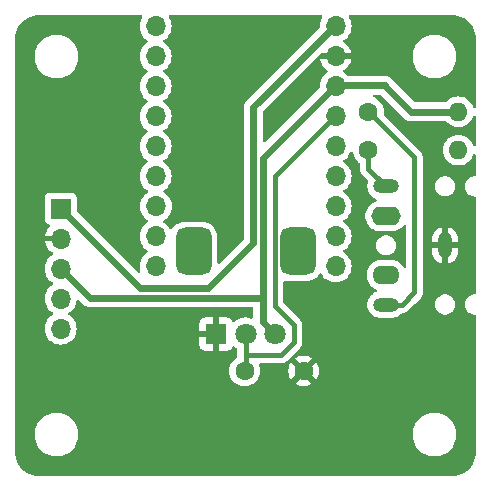
<source format=gbr>
%TF.GenerationSoftware,KiCad,Pcbnew,8.0.7*%
%TF.CreationDate,2025-04-07T14:00:10+01:00*%
%TF.ProjectId,WaveshareDuppaController,57617665-7368-4617-9265-447570706143,rev?*%
%TF.SameCoordinates,Original*%
%TF.FileFunction,Copper,L1,Top*%
%TF.FilePolarity,Positive*%
%FSLAX46Y46*%
G04 Gerber Fmt 4.6, Leading zero omitted, Abs format (unit mm)*
G04 Created by KiCad (PCBNEW 8.0.7) date 2025-04-07 14:00:10*
%MOMM*%
%LPD*%
G01*
G04 APERTURE LIST*
G04 Aperture macros list*
%AMRoundRect*
0 Rectangle with rounded corners*
0 $1 Rounding radius*
0 $2 $3 $4 $5 $6 $7 $8 $9 X,Y pos of 4 corners*
0 Add a 4 corners polygon primitive as box body*
4,1,4,$2,$3,$4,$5,$6,$7,$8,$9,$2,$3,0*
0 Add four circle primitives for the rounded corners*
1,1,$1+$1,$2,$3*
1,1,$1+$1,$4,$5*
1,1,$1+$1,$6,$7*
1,1,$1+$1,$8,$9*
0 Add four rect primitives between the rounded corners*
20,1,$1+$1,$2,$3,$4,$5,0*
20,1,$1+$1,$4,$5,$6,$7,0*
20,1,$1+$1,$6,$7,$8,$9,0*
20,1,$1+$1,$8,$9,$2,$3,0*%
G04 Aperture macros list end*
%TA.AperFunction,ComponentPad*%
%ADD10O,2.200000X1.200000*%
%TD*%
%TA.AperFunction,ComponentPad*%
%ADD11O,2.300000X1.600000*%
%TD*%
%TA.AperFunction,ComponentPad*%
%ADD12O,1.200000X2.200000*%
%TD*%
%TA.AperFunction,ComponentPad*%
%ADD13O,2.500000X1.600000*%
%TD*%
%TA.AperFunction,ComponentPad*%
%ADD14C,1.600000*%
%TD*%
%TA.AperFunction,ComponentPad*%
%ADD15R,1.700000X1.700000*%
%TD*%
%TA.AperFunction,ComponentPad*%
%ADD16O,1.700000X1.700000*%
%TD*%
%TA.AperFunction,ComponentPad*%
%ADD17O,1.600000X1.600000*%
%TD*%
%TA.AperFunction,ComponentPad*%
%ADD18R,1.800000X1.800000*%
%TD*%
%TA.AperFunction,ComponentPad*%
%ADD19C,1.800000*%
%TD*%
%TA.AperFunction,ComponentPad*%
%ADD20RoundRect,0.750000X0.750000X-1.250000X0.750000X1.250000X-0.750000X1.250000X-0.750000X-1.250000X0*%
%TD*%
%TA.AperFunction,ViaPad*%
%ADD21C,0.600000*%
%TD*%
%TA.AperFunction,Conductor*%
%ADD22C,0.400000*%
%TD*%
%TA.AperFunction,Conductor*%
%ADD23C,0.600000*%
%TD*%
G04 APERTURE END LIST*
D10*
%TO.P,J2,R*%
%TO.N,Net-(J2-PadR)*%
X81900000Y-75000000D03*
D11*
%TO.P,J2,RN*%
%TO.N,N/C*%
X81900000Y-72500000D03*
D12*
%TO.P,J2,S*%
%TO.N,GND*%
X86900000Y-70000000D03*
D10*
%TO.P,J2,T*%
%TO.N,Net-(J2-PadT)*%
X81900000Y-65000000D03*
D13*
%TO.P,J2,TN*%
%TO.N,N/C*%
X81900000Y-67500000D03*
%TD*%
D14*
%TO.P,C1,1*%
%TO.N,/ALG*%
X69925000Y-80625000D03*
%TO.P,C1,2*%
%TO.N,GND*%
X74925000Y-80625000D03*
%TD*%
D15*
%TO.P,J1,1,Pin_1*%
%TO.N,+5V*%
X54350000Y-66875000D03*
D16*
%TO.P,J1,2,Pin_2*%
%TO.N,GND*%
X54350000Y-69415000D03*
%TO.P,J1,3,Pin_3*%
%TO.N,+3.3V*%
X54350000Y-71955000D03*
%TO.P,J1,4,Pin_4*%
%TO.N,/SDA*%
X54350000Y-74495000D03*
%TO.P,J1,5,Pin_5*%
%TO.N,/SCL*%
X54350000Y-77035000D03*
%TD*%
D14*
%TO.P,R3,1*%
%TO.N,Net-(J2-PadT)*%
X80400000Y-61925000D03*
D17*
%TO.P,R3,2*%
%TO.N,/TX*%
X88020000Y-61925000D03*
%TD*%
D14*
%TO.P,R2,1*%
%TO.N,Net-(J2-PadR)*%
X80400000Y-58675000D03*
D17*
%TO.P,R2,2*%
%TO.N,+3.3V*%
X88020000Y-58675000D03*
%TD*%
D18*
%TO.P,RV1,1,1*%
%TO.N,GND*%
X67500000Y-77500000D03*
D19*
%TO.P,RV1,2,2*%
%TO.N,/ALG*%
X70000000Y-77500000D03*
%TO.P,RV1,3,3*%
%TO.N,+3.3V*%
X72500000Y-77500000D03*
D20*
%TO.P,RV1,MP*%
%TO.N,N/C*%
X65600000Y-70500000D03*
X74400000Y-70500000D03*
%TD*%
D16*
%TO.P,U1,1,+5V*%
%TO.N,+5V*%
X77620000Y-51440000D03*
%TO.P,U1,2,GND*%
%TO.N,GND*%
X77620000Y-53980000D03*
%TO.P,U1,3,+3V3*%
%TO.N,+3.3V*%
X77620000Y-56520000D03*
%TO.P,U1,4,4*%
%TO.N,/ALG*%
X77620000Y-59060000D03*
%TO.P,U1,5,5*%
%TO.N,unconnected-(U1-Pad5)*%
X77620000Y-61600000D03*
%TO.P,U1,6,6*%
%TO.N,unconnected-(U1-Pad6)*%
X77620000Y-64140000D03*
%TO.P,U1,7,7*%
%TO.N,unconnected-(U1-Pad7)*%
X77620000Y-66680000D03*
%TO.P,U1,8,8*%
%TO.N,unconnected-(U1-Pad8)*%
X77620000Y-69220000D03*
%TO.P,U1,9,9*%
%TO.N,unconnected-(U1-Pad9)*%
X77620000Y-71760000D03*
%TO.P,U1,10,10*%
%TO.N,unconnected-(U1-Pad10)*%
X62380000Y-71760000D03*
%TO.P,U1,11,11*%
%TO.N,unconnected-(U1-Pad11)*%
X62380000Y-69220000D03*
%TO.P,U1,12,12*%
%TO.N,unconnected-(U1-Pad12)*%
X62400000Y-66680000D03*
%TO.P,U1,13,13*%
%TO.N,/SCL*%
X62380000Y-64140000D03*
%TO.P,U1,14,14*%
%TO.N,/SDA*%
X62380000Y-61600000D03*
%TO.P,U1,15,15*%
%TO.N,unconnected-(U1-Pad15)*%
X62380000Y-59060000D03*
%TO.P,U1,16,16*%
%TO.N,unconnected-(U1-Pad16)*%
X62380000Y-56520000D03*
%TO.P,U1,17,17/RX*%
%TO.N,/RX*%
X62380000Y-53980000D03*
%TO.P,U1,18,18/TX*%
%TO.N,/TX*%
X62380000Y-51440000D03*
%TD*%
D21*
%TO.N,GND*%
X86430000Y-60130000D03*
X86440000Y-57430000D03*
X60425000Y-68125000D03*
X66900000Y-53875000D03*
X84570000Y-60150000D03*
X60350000Y-61350000D03*
X72800000Y-53875000D03*
X84590000Y-57430000D03*
X58075000Y-76150000D03*
X68650000Y-68900000D03*
%TD*%
D22*
%TO.N,Net-(J2-PadR)*%
X83170000Y-75000000D02*
X81900000Y-75000000D01*
X84300000Y-73970000D02*
X83220000Y-75050000D01*
X84300000Y-62525000D02*
X84300000Y-73970000D01*
X80450000Y-58675000D02*
X84300000Y-62525000D01*
X83220000Y-75050000D02*
X83170000Y-75000000D01*
%TO.N,Net-(J2-PadT)*%
X80400000Y-63500000D02*
X81900000Y-65000000D01*
X80400000Y-61925000D02*
X80400000Y-63500000D01*
D23*
%TO.N,+3.3V*%
X83995000Y-58675000D02*
X88020000Y-58675000D01*
X81800000Y-56480000D02*
X83995000Y-58675000D01*
X81800000Y-56420000D02*
X81800000Y-56480000D01*
X77620000Y-56420000D02*
X81800000Y-56420000D01*
D22*
%TO.N,/ALG*%
X72500000Y-75125000D02*
X74100000Y-76725000D01*
X77620000Y-58960000D02*
X72500000Y-64080000D01*
X70000000Y-80550000D02*
X69925000Y-80625000D01*
X72500000Y-64080000D02*
X72500000Y-75125000D01*
X70000000Y-77500000D02*
X70000000Y-79275000D01*
X70000000Y-79275000D02*
X70000000Y-80550000D01*
X74100000Y-76725000D02*
X74100000Y-78200000D01*
X73025000Y-79275000D02*
X70000000Y-79275000D01*
X74100000Y-78200000D02*
X73025000Y-79275000D01*
D23*
%TO.N,+3.3V*%
X56810000Y-74415000D02*
X71435000Y-74415000D01*
X56810000Y-74415000D02*
X54350000Y-71955000D01*
X71450000Y-62590000D02*
X71450000Y-74400000D01*
X71435000Y-74415000D02*
X71450000Y-74400000D01*
X71450000Y-76450000D02*
X72500000Y-77500000D01*
X77620000Y-56420000D02*
X71450000Y-62590000D01*
X71450000Y-74400000D02*
X71450000Y-76450000D01*
%TO.N,+5V*%
X70650000Y-58310000D02*
X70650000Y-69815000D01*
X66850000Y-73615000D02*
X61090000Y-73615000D01*
X61090000Y-73615000D02*
X54350000Y-66875000D01*
X70650000Y-69815000D02*
X66850000Y-73615000D01*
X77620000Y-51340000D02*
X70650000Y-58310000D01*
%TD*%
%TA.AperFunction,Conductor*%
%TO.N,GND*%
G36*
X61218026Y-50520185D02*
G01*
X61263781Y-50572989D01*
X61273725Y-50642147D01*
X61252562Y-50695623D01*
X61205965Y-50762169D01*
X61205964Y-50762171D01*
X61106098Y-50976335D01*
X61106094Y-50976344D01*
X61044938Y-51204586D01*
X61044936Y-51204596D01*
X61024341Y-51439999D01*
X61024341Y-51440000D01*
X61044936Y-51675403D01*
X61044938Y-51675413D01*
X61106094Y-51903655D01*
X61106096Y-51903659D01*
X61106097Y-51903663D01*
X61146573Y-51990464D01*
X61205965Y-52117830D01*
X61205967Y-52117834D01*
X61341501Y-52311395D01*
X61341506Y-52311402D01*
X61508597Y-52478493D01*
X61508603Y-52478498D01*
X61694158Y-52608425D01*
X61737783Y-52663002D01*
X61744977Y-52732500D01*
X61713454Y-52794855D01*
X61694158Y-52811575D01*
X61508597Y-52941505D01*
X61341505Y-53108597D01*
X61205965Y-53302169D01*
X61205964Y-53302171D01*
X61106098Y-53516335D01*
X61106094Y-53516344D01*
X61044938Y-53744586D01*
X61044936Y-53744596D01*
X61024341Y-53979999D01*
X61024341Y-53980000D01*
X61044936Y-54215403D01*
X61044938Y-54215413D01*
X61106094Y-54443655D01*
X61106096Y-54443659D01*
X61106097Y-54443663D01*
X61177180Y-54596100D01*
X61205965Y-54657830D01*
X61205967Y-54657834D01*
X61341501Y-54851395D01*
X61341506Y-54851402D01*
X61508597Y-55018493D01*
X61508603Y-55018498D01*
X61694158Y-55148425D01*
X61737783Y-55203002D01*
X61744977Y-55272500D01*
X61713454Y-55334855D01*
X61694158Y-55351575D01*
X61508597Y-55481505D01*
X61341505Y-55648597D01*
X61205965Y-55842169D01*
X61205964Y-55842171D01*
X61106098Y-56056335D01*
X61106094Y-56056344D01*
X61044938Y-56284586D01*
X61044936Y-56284596D01*
X61024341Y-56519999D01*
X61024341Y-56520000D01*
X61044936Y-56755403D01*
X61044938Y-56755413D01*
X61106094Y-56983655D01*
X61106096Y-56983659D01*
X61106097Y-56983663D01*
X61205965Y-57197830D01*
X61205967Y-57197834D01*
X61314281Y-57352521D01*
X61340079Y-57389365D01*
X61341501Y-57391395D01*
X61341506Y-57391402D01*
X61508597Y-57558493D01*
X61508603Y-57558498D01*
X61694158Y-57688425D01*
X61737783Y-57743002D01*
X61744977Y-57812500D01*
X61713454Y-57874855D01*
X61694158Y-57891575D01*
X61508597Y-58021505D01*
X61341505Y-58188597D01*
X61205965Y-58382169D01*
X61205964Y-58382171D01*
X61106098Y-58596335D01*
X61106094Y-58596344D01*
X61044938Y-58824586D01*
X61044936Y-58824596D01*
X61024341Y-59059999D01*
X61024341Y-59060000D01*
X61044936Y-59295403D01*
X61044938Y-59295413D01*
X61106094Y-59523655D01*
X61106096Y-59523659D01*
X61106097Y-59523663D01*
X61176688Y-59675045D01*
X61205965Y-59737830D01*
X61205967Y-59737834D01*
X61341501Y-59931395D01*
X61341506Y-59931402D01*
X61508597Y-60098493D01*
X61508603Y-60098498D01*
X61694158Y-60228425D01*
X61737783Y-60283002D01*
X61744977Y-60352500D01*
X61713454Y-60414855D01*
X61694158Y-60431575D01*
X61508597Y-60561505D01*
X61341505Y-60728597D01*
X61205965Y-60922169D01*
X61205964Y-60922171D01*
X61106098Y-61136335D01*
X61106094Y-61136344D01*
X61044938Y-61364586D01*
X61044936Y-61364596D01*
X61024341Y-61599999D01*
X61024341Y-61600000D01*
X61044936Y-61835403D01*
X61044938Y-61835413D01*
X61106094Y-62063655D01*
X61106096Y-62063659D01*
X61106097Y-62063663D01*
X61205965Y-62277829D01*
X61205965Y-62277830D01*
X61341501Y-62471395D01*
X61341506Y-62471402D01*
X61508597Y-62638493D01*
X61508603Y-62638498D01*
X61694158Y-62768425D01*
X61737783Y-62823002D01*
X61744977Y-62892500D01*
X61713454Y-62954855D01*
X61694158Y-62971575D01*
X61508597Y-63101505D01*
X61341505Y-63268597D01*
X61205965Y-63462169D01*
X61205964Y-63462171D01*
X61106098Y-63676335D01*
X61106094Y-63676344D01*
X61044938Y-63904586D01*
X61044936Y-63904596D01*
X61024341Y-64139999D01*
X61024341Y-64140000D01*
X61044936Y-64375403D01*
X61044938Y-64375413D01*
X61106094Y-64603655D01*
X61106096Y-64603659D01*
X61106097Y-64603663D01*
X61170744Y-64742299D01*
X61205965Y-64817830D01*
X61205967Y-64817834D01*
X61341501Y-65011395D01*
X61341506Y-65011402D01*
X61508597Y-65178493D01*
X61508603Y-65178498D01*
X61704158Y-65315427D01*
X61747783Y-65370004D01*
X61754977Y-65439502D01*
X61723454Y-65501857D01*
X61704158Y-65518577D01*
X61528597Y-65641505D01*
X61361505Y-65808597D01*
X61225965Y-66002169D01*
X61225964Y-66002171D01*
X61126098Y-66216335D01*
X61126094Y-66216344D01*
X61064938Y-66444586D01*
X61064936Y-66444596D01*
X61044341Y-66679999D01*
X61044341Y-66680000D01*
X61064936Y-66915403D01*
X61064938Y-66915413D01*
X61126094Y-67143655D01*
X61126096Y-67143659D01*
X61126097Y-67143663D01*
X61225965Y-67357830D01*
X61225967Y-67357834D01*
X61361501Y-67551395D01*
X61361506Y-67551402D01*
X61528597Y-67718493D01*
X61528603Y-67718498D01*
X61704158Y-67841423D01*
X61747783Y-67896000D01*
X61754977Y-67965498D01*
X61723454Y-68027853D01*
X61704158Y-68044573D01*
X61508597Y-68181505D01*
X61341505Y-68348597D01*
X61205965Y-68542169D01*
X61205964Y-68542171D01*
X61106098Y-68756335D01*
X61106094Y-68756344D01*
X61044938Y-68984586D01*
X61044936Y-68984596D01*
X61024341Y-69219999D01*
X61024341Y-69220000D01*
X61044936Y-69455403D01*
X61044938Y-69455413D01*
X61106094Y-69683655D01*
X61106096Y-69683659D01*
X61106097Y-69683663D01*
X61167387Y-69815099D01*
X61205965Y-69897830D01*
X61205967Y-69897834D01*
X61314281Y-70052521D01*
X61336162Y-70083771D01*
X61341501Y-70091395D01*
X61341506Y-70091402D01*
X61508597Y-70258493D01*
X61508603Y-70258498D01*
X61694158Y-70388425D01*
X61737783Y-70443002D01*
X61744977Y-70512500D01*
X61713454Y-70574855D01*
X61694158Y-70591575D01*
X61508597Y-70721505D01*
X61341505Y-70888597D01*
X61205965Y-71082169D01*
X61205964Y-71082171D01*
X61106098Y-71296335D01*
X61106094Y-71296344D01*
X61044938Y-71524586D01*
X61044936Y-71524596D01*
X61024341Y-71759999D01*
X61024341Y-71760000D01*
X61044936Y-71995403D01*
X61044938Y-71995413D01*
X61087109Y-72152801D01*
X61085446Y-72222651D01*
X61046283Y-72280513D01*
X60982054Y-72308017D01*
X60913152Y-72296430D01*
X60879653Y-72272575D01*
X55736818Y-67129740D01*
X55703333Y-67068417D01*
X55700499Y-67042059D01*
X55700499Y-65977129D01*
X55700498Y-65977123D01*
X55700497Y-65977116D01*
X55694091Y-65917517D01*
X55676437Y-65870185D01*
X55643797Y-65782671D01*
X55643793Y-65782664D01*
X55557547Y-65667455D01*
X55557544Y-65667452D01*
X55442335Y-65581206D01*
X55442328Y-65581202D01*
X55307482Y-65530908D01*
X55307483Y-65530908D01*
X55247883Y-65524501D01*
X55247881Y-65524500D01*
X55247873Y-65524500D01*
X55247864Y-65524500D01*
X53452129Y-65524500D01*
X53452123Y-65524501D01*
X53392516Y-65530908D01*
X53257671Y-65581202D01*
X53257664Y-65581206D01*
X53142455Y-65667452D01*
X53142452Y-65667455D01*
X53056206Y-65782664D01*
X53056202Y-65782671D01*
X53005908Y-65917517D01*
X53003359Y-65941231D01*
X52999501Y-65977123D01*
X52999500Y-65977135D01*
X52999500Y-67772870D01*
X52999501Y-67772876D01*
X53005908Y-67832483D01*
X53056202Y-67967328D01*
X53056206Y-67967335D01*
X53142452Y-68082544D01*
X53142455Y-68082547D01*
X53257664Y-68168793D01*
X53257671Y-68168797D01*
X53291746Y-68181506D01*
X53389598Y-68218002D01*
X53445531Y-68259873D01*
X53469949Y-68325337D01*
X53455098Y-68393610D01*
X53433947Y-68421865D01*
X53311886Y-68543926D01*
X53176400Y-68737420D01*
X53176399Y-68737422D01*
X53076570Y-68951507D01*
X53076567Y-68951513D01*
X53019364Y-69164999D01*
X53019364Y-69165000D01*
X53916988Y-69165000D01*
X53884075Y-69222007D01*
X53850000Y-69349174D01*
X53850000Y-69480826D01*
X53884075Y-69607993D01*
X53916988Y-69665000D01*
X53019364Y-69665000D01*
X53076567Y-69878486D01*
X53076570Y-69878492D01*
X53176399Y-70092578D01*
X53311894Y-70286082D01*
X53478917Y-70453105D01*
X53664595Y-70583119D01*
X53708219Y-70637696D01*
X53715412Y-70707195D01*
X53683890Y-70769549D01*
X53664595Y-70786269D01*
X53478594Y-70916508D01*
X53311505Y-71083597D01*
X53175965Y-71277169D01*
X53175964Y-71277171D01*
X53076098Y-71491335D01*
X53076094Y-71491344D01*
X53014938Y-71719586D01*
X53014936Y-71719596D01*
X52994341Y-71954999D01*
X52994341Y-71955000D01*
X53014936Y-72190403D01*
X53014938Y-72190413D01*
X53076094Y-72418655D01*
X53076096Y-72418659D01*
X53076097Y-72418663D01*
X53139507Y-72554645D01*
X53175965Y-72632830D01*
X53175967Y-72632834D01*
X53311501Y-72826395D01*
X53311506Y-72826402D01*
X53478597Y-72993493D01*
X53478603Y-72993498D01*
X53664158Y-73123425D01*
X53707783Y-73178002D01*
X53714977Y-73247500D01*
X53683454Y-73309855D01*
X53664158Y-73326575D01*
X53478597Y-73456505D01*
X53311505Y-73623597D01*
X53175965Y-73817169D01*
X53175964Y-73817171D01*
X53076098Y-74031335D01*
X53076094Y-74031344D01*
X53014938Y-74259586D01*
X53014936Y-74259596D01*
X52994341Y-74494999D01*
X52994341Y-74495000D01*
X53014936Y-74730403D01*
X53014938Y-74730413D01*
X53076094Y-74958655D01*
X53076096Y-74958659D01*
X53076097Y-74958663D01*
X53153377Y-75124390D01*
X53175965Y-75172830D01*
X53175967Y-75172834D01*
X53311501Y-75366395D01*
X53311506Y-75366402D01*
X53478597Y-75533493D01*
X53478603Y-75533498D01*
X53664158Y-75663425D01*
X53707783Y-75718002D01*
X53714977Y-75787500D01*
X53683454Y-75849855D01*
X53664158Y-75866575D01*
X53478597Y-75996505D01*
X53311505Y-76163597D01*
X53175965Y-76357169D01*
X53175964Y-76357171D01*
X53076098Y-76571335D01*
X53076094Y-76571344D01*
X53014938Y-76799586D01*
X53014936Y-76799596D01*
X52994341Y-77034999D01*
X52994341Y-77035000D01*
X53014936Y-77270403D01*
X53014938Y-77270413D01*
X53076094Y-77498655D01*
X53076096Y-77498659D01*
X53076097Y-77498663D01*
X53107416Y-77565826D01*
X53175965Y-77712830D01*
X53175967Y-77712834D01*
X53284281Y-77867521D01*
X53311505Y-77906401D01*
X53478599Y-78073495D01*
X53560733Y-78131006D01*
X53672165Y-78209032D01*
X53672167Y-78209033D01*
X53672170Y-78209035D01*
X53886337Y-78308903D01*
X54114592Y-78370063D01*
X54302918Y-78386539D01*
X54349999Y-78390659D01*
X54350000Y-78390659D01*
X54350001Y-78390659D01*
X54389234Y-78387226D01*
X54585408Y-78370063D01*
X54813663Y-78308903D01*
X55027830Y-78209035D01*
X55221401Y-78073495D01*
X55388495Y-77906401D01*
X55524035Y-77712830D01*
X55623903Y-77498663D01*
X55685063Y-77270408D01*
X55705659Y-77035000D01*
X55685063Y-76799592D01*
X55623903Y-76571337D01*
X55524035Y-76357171D01*
X55500481Y-76323531D01*
X55388494Y-76163597D01*
X55221402Y-75996506D01*
X55221396Y-75996501D01*
X55035842Y-75866575D01*
X54992217Y-75811998D01*
X54985023Y-75742500D01*
X55016546Y-75680145D01*
X55035842Y-75663425D01*
X55134828Y-75594114D01*
X55221401Y-75533495D01*
X55388495Y-75366401D01*
X55524035Y-75172830D01*
X55623903Y-74958663D01*
X55685063Y-74730408D01*
X55686686Y-74711849D01*
X55712136Y-74646781D01*
X55768725Y-74605801D01*
X55838487Y-74601920D01*
X55897895Y-74634973D01*
X56188211Y-74925289D01*
X56299711Y-75036789D01*
X56430821Y-75124394D01*
X56533833Y-75167062D01*
X56576502Y-75184737D01*
X56731152Y-75215499D01*
X56731155Y-75215500D01*
X56731157Y-75215500D01*
X56731158Y-75215500D01*
X70525500Y-75215500D01*
X70592539Y-75235185D01*
X70638294Y-75287989D01*
X70649500Y-75339500D01*
X70649500Y-76068570D01*
X70629815Y-76135609D01*
X70577011Y-76181364D01*
X70507853Y-76191308D01*
X70485237Y-76185851D01*
X70344984Y-76137702D01*
X70157404Y-76106401D01*
X70116049Y-76099500D01*
X69883951Y-76099500D01*
X69842596Y-76106401D01*
X69655015Y-76137702D01*
X69435504Y-76213061D01*
X69435495Y-76213064D01*
X69231372Y-76323531D01*
X69054023Y-76461567D01*
X68989029Y-76487209D01*
X68920489Y-76473642D01*
X68870164Y-76425174D01*
X68861679Y-76407045D01*
X68843355Y-76357915D01*
X68843350Y-76357906D01*
X68757190Y-76242812D01*
X68757187Y-76242809D01*
X68642093Y-76156649D01*
X68642086Y-76156645D01*
X68507379Y-76106403D01*
X68507372Y-76106401D01*
X68447844Y-76100000D01*
X67750000Y-76100000D01*
X67750000Y-77066988D01*
X67692993Y-77034075D01*
X67565826Y-77000000D01*
X67434174Y-77000000D01*
X67307007Y-77034075D01*
X67250000Y-77066988D01*
X67250000Y-76100000D01*
X66552155Y-76100000D01*
X66492627Y-76106401D01*
X66492620Y-76106403D01*
X66357913Y-76156645D01*
X66357906Y-76156649D01*
X66242812Y-76242809D01*
X66242809Y-76242812D01*
X66156649Y-76357906D01*
X66156645Y-76357913D01*
X66106403Y-76492620D01*
X66106401Y-76492627D01*
X66100000Y-76552155D01*
X66100000Y-77250000D01*
X67066988Y-77250000D01*
X67034075Y-77307007D01*
X67000000Y-77434174D01*
X67000000Y-77565826D01*
X67034075Y-77692993D01*
X67066988Y-77750000D01*
X66100000Y-77750000D01*
X66100000Y-78447844D01*
X66106401Y-78507372D01*
X66106403Y-78507379D01*
X66156645Y-78642086D01*
X66156649Y-78642093D01*
X66242809Y-78757187D01*
X66242812Y-78757190D01*
X66357906Y-78843350D01*
X66357913Y-78843354D01*
X66492620Y-78893596D01*
X66492627Y-78893598D01*
X66552155Y-78899999D01*
X66552172Y-78900000D01*
X67250000Y-78900000D01*
X67250000Y-77933012D01*
X67307007Y-77965925D01*
X67434174Y-78000000D01*
X67565826Y-78000000D01*
X67692993Y-77965925D01*
X67750000Y-77933012D01*
X67750000Y-78900000D01*
X68447828Y-78900000D01*
X68447844Y-78899999D01*
X68507372Y-78893598D01*
X68507379Y-78893596D01*
X68642086Y-78843354D01*
X68642093Y-78843350D01*
X68757187Y-78757190D01*
X68757190Y-78757187D01*
X68843350Y-78642093D01*
X68843353Y-78642088D01*
X68861678Y-78592955D01*
X68903549Y-78537020D01*
X68969013Y-78512602D01*
X69037286Y-78527453D01*
X69054023Y-78538433D01*
X69231364Y-78676463D01*
X69231367Y-78676465D01*
X69231374Y-78676470D01*
X69234512Y-78678168D01*
X69235549Y-78679197D01*
X69235662Y-78679271D01*
X69235646Y-78679294D01*
X69284104Y-78727383D01*
X69299500Y-78787225D01*
X69299500Y-79410811D01*
X69279815Y-79477850D01*
X69246623Y-79512386D01*
X69085859Y-79624953D01*
X68924954Y-79785858D01*
X68794432Y-79972265D01*
X68794431Y-79972267D01*
X68698261Y-80178502D01*
X68698258Y-80178511D01*
X68639366Y-80398302D01*
X68639364Y-80398313D01*
X68619532Y-80624998D01*
X68619532Y-80625001D01*
X68639364Y-80851686D01*
X68639366Y-80851697D01*
X68698258Y-81071488D01*
X68698261Y-81071497D01*
X68794431Y-81277732D01*
X68794432Y-81277734D01*
X68924954Y-81464141D01*
X69085858Y-81625045D01*
X69085861Y-81625047D01*
X69272266Y-81755568D01*
X69478504Y-81851739D01*
X69698308Y-81910635D01*
X69860230Y-81924801D01*
X69924998Y-81930468D01*
X69925000Y-81930468D01*
X69925002Y-81930468D01*
X69981673Y-81925509D01*
X70151692Y-81910635D01*
X70371496Y-81851739D01*
X70577734Y-81755568D01*
X70764139Y-81625047D01*
X70925047Y-81464139D01*
X71055568Y-81277734D01*
X71151739Y-81071496D01*
X71210635Y-80851692D01*
X71230468Y-80625000D01*
X71230468Y-80624997D01*
X73620034Y-80624997D01*
X73620034Y-80625002D01*
X73639858Y-80851599D01*
X73639860Y-80851610D01*
X73698730Y-81071317D01*
X73698735Y-81071331D01*
X73794863Y-81277478D01*
X73845974Y-81350472D01*
X74525000Y-80671446D01*
X74525000Y-80677661D01*
X74552259Y-80779394D01*
X74604920Y-80870606D01*
X74679394Y-80945080D01*
X74770606Y-80997741D01*
X74872339Y-81025000D01*
X74878553Y-81025000D01*
X74199526Y-81704025D01*
X74272513Y-81755132D01*
X74272521Y-81755136D01*
X74478668Y-81851264D01*
X74478682Y-81851269D01*
X74698389Y-81910139D01*
X74698400Y-81910141D01*
X74924998Y-81929966D01*
X74925002Y-81929966D01*
X75151599Y-81910141D01*
X75151610Y-81910139D01*
X75371317Y-81851269D01*
X75371331Y-81851264D01*
X75577478Y-81755136D01*
X75650471Y-81704024D01*
X74971447Y-81025000D01*
X74977661Y-81025000D01*
X75079394Y-80997741D01*
X75170606Y-80945080D01*
X75245080Y-80870606D01*
X75297741Y-80779394D01*
X75325000Y-80677661D01*
X75325000Y-80671447D01*
X76004024Y-81350471D01*
X76055136Y-81277478D01*
X76151264Y-81071331D01*
X76151269Y-81071317D01*
X76210139Y-80851610D01*
X76210141Y-80851599D01*
X76229966Y-80625002D01*
X76229966Y-80624997D01*
X76210141Y-80398400D01*
X76210139Y-80398389D01*
X76151269Y-80178682D01*
X76151264Y-80178668D01*
X76055136Y-79972521D01*
X76055132Y-79972513D01*
X76004025Y-79899526D01*
X75325000Y-80578551D01*
X75325000Y-80572339D01*
X75297741Y-80470606D01*
X75245080Y-80379394D01*
X75170606Y-80304920D01*
X75079394Y-80252259D01*
X74977661Y-80225000D01*
X74971445Y-80225000D01*
X75650472Y-79545974D01*
X75577478Y-79494863D01*
X75371331Y-79398735D01*
X75371317Y-79398730D01*
X75151610Y-79339860D01*
X75151599Y-79339858D01*
X74925002Y-79320034D01*
X74924998Y-79320034D01*
X74698400Y-79339858D01*
X74698389Y-79339860D01*
X74478682Y-79398730D01*
X74478673Y-79398734D01*
X74272516Y-79494866D01*
X74272512Y-79494868D01*
X74199526Y-79545973D01*
X74199526Y-79545974D01*
X74878553Y-80225000D01*
X74872339Y-80225000D01*
X74770606Y-80252259D01*
X74679394Y-80304920D01*
X74604920Y-80379394D01*
X74552259Y-80470606D01*
X74525000Y-80572339D01*
X74525000Y-80578552D01*
X73845974Y-79899526D01*
X73845973Y-79899526D01*
X73794868Y-79972512D01*
X73794866Y-79972516D01*
X73698734Y-80178673D01*
X73698730Y-80178682D01*
X73639860Y-80398389D01*
X73639858Y-80398400D01*
X73620034Y-80624997D01*
X71230468Y-80624997D01*
X71210635Y-80398308D01*
X71151739Y-80178504D01*
X71139335Y-80151905D01*
X71128843Y-80082829D01*
X71157362Y-80019045D01*
X71215838Y-79980804D01*
X71251717Y-79975500D01*
X73093996Y-79975500D01*
X73185040Y-79957389D01*
X73229328Y-79948580D01*
X73293069Y-79922177D01*
X73356807Y-79895777D01*
X73356808Y-79895776D01*
X73356811Y-79895775D01*
X73471543Y-79819114D01*
X74644114Y-78646543D01*
X74720775Y-78531811D01*
X74773580Y-78404328D01*
X74792561Y-78308905D01*
X74800500Y-78268996D01*
X74800500Y-76656004D01*
X74773581Y-76520677D01*
X74773580Y-76520676D01*
X74773580Y-76520672D01*
X74720775Y-76393189D01*
X74706054Y-76371158D01*
X74644114Y-76278457D01*
X74644112Y-76278454D01*
X73236819Y-74871161D01*
X73203334Y-74809838D01*
X73200500Y-74783480D01*
X73200500Y-73085444D01*
X73220185Y-73018405D01*
X73272989Y-72972650D01*
X73342147Y-72962706D01*
X73354796Y-72965202D01*
X73453588Y-72990096D01*
X73585783Y-73000500D01*
X75214216Y-73000499D01*
X75346412Y-72990096D01*
X75564683Y-72935096D01*
X75769626Y-72842007D01*
X75954654Y-72713819D01*
X76113819Y-72554654D01*
X76221886Y-72398669D01*
X76276244Y-72354772D01*
X76345706Y-72347233D01*
X76408217Y-72378444D01*
X76436196Y-72416880D01*
X76445965Y-72437829D01*
X76445967Y-72437834D01*
X76527760Y-72554645D01*
X76581505Y-72631401D01*
X76748599Y-72798495D01*
X76810741Y-72842007D01*
X76942165Y-72934032D01*
X76942167Y-72934033D01*
X76942170Y-72934035D01*
X77156337Y-73033903D01*
X77384592Y-73095063D01*
X77540049Y-73108664D01*
X77619999Y-73115659D01*
X77620000Y-73115659D01*
X77620001Y-73115659D01*
X77659234Y-73112226D01*
X77855408Y-73095063D01*
X78083663Y-73033903D01*
X78297830Y-72934035D01*
X78491401Y-72798495D01*
X78658495Y-72631401D01*
X78794035Y-72437830D01*
X78893903Y-72223663D01*
X78955063Y-71995408D01*
X78975659Y-71760000D01*
X78955063Y-71524592D01*
X78893903Y-71296337D01*
X78794035Y-71082171D01*
X78699793Y-70947578D01*
X78658494Y-70888597D01*
X78491402Y-70721506D01*
X78491396Y-70721501D01*
X78305842Y-70591575D01*
X78262217Y-70536998D01*
X78255023Y-70467500D01*
X78286546Y-70405145D01*
X78305842Y-70388425D01*
X78328026Y-70372891D01*
X78491401Y-70258495D01*
X78658495Y-70091401D01*
X78781153Y-69916228D01*
X81049500Y-69916228D01*
X81049500Y-70083771D01*
X81082182Y-70248074D01*
X81082184Y-70248082D01*
X81146295Y-70402860D01*
X81239373Y-70542162D01*
X81357837Y-70660626D01*
X81448949Y-70721505D01*
X81497137Y-70753703D01*
X81651918Y-70817816D01*
X81816228Y-70850499D01*
X81816232Y-70850500D01*
X81816233Y-70850500D01*
X81983768Y-70850500D01*
X81983769Y-70850499D01*
X82148082Y-70817816D01*
X82302863Y-70753703D01*
X82442162Y-70660626D01*
X82560626Y-70542162D01*
X82653703Y-70402863D01*
X82717816Y-70248082D01*
X82750500Y-70083767D01*
X82750500Y-69916233D01*
X82717816Y-69751918D01*
X82653703Y-69597137D01*
X82601988Y-69519740D01*
X82560626Y-69457837D01*
X82442162Y-69339373D01*
X82302860Y-69246295D01*
X82148082Y-69182184D01*
X82148074Y-69182182D01*
X81983771Y-69149500D01*
X81983767Y-69149500D01*
X81816233Y-69149500D01*
X81816228Y-69149500D01*
X81651925Y-69182182D01*
X81651917Y-69182184D01*
X81497139Y-69246295D01*
X81357837Y-69339373D01*
X81239373Y-69457837D01*
X81146295Y-69597139D01*
X81082184Y-69751917D01*
X81082182Y-69751925D01*
X81049500Y-69916228D01*
X78781153Y-69916228D01*
X78794035Y-69897830D01*
X78893903Y-69683663D01*
X78955063Y-69455408D01*
X78975659Y-69220000D01*
X78955063Y-68984592D01*
X78893903Y-68756337D01*
X78794035Y-68542171D01*
X78794034Y-68542169D01*
X78658494Y-68348597D01*
X78491402Y-68181506D01*
X78491396Y-68181501D01*
X78305842Y-68051575D01*
X78262217Y-67996998D01*
X78255023Y-67927500D01*
X78286546Y-67865145D01*
X78305842Y-67848425D01*
X78413737Y-67772876D01*
X78491401Y-67718495D01*
X78658495Y-67551401D01*
X78794035Y-67357830D01*
X78893903Y-67143663D01*
X78955063Y-66915408D01*
X78975659Y-66680000D01*
X78955063Y-66444592D01*
X78893903Y-66216337D01*
X78794035Y-66002171D01*
X78776501Y-65977129D01*
X78658494Y-65808597D01*
X78491402Y-65641506D01*
X78491396Y-65641501D01*
X78305842Y-65511575D01*
X78262217Y-65456998D01*
X78255023Y-65387500D01*
X78286546Y-65325145D01*
X78305842Y-65308425D01*
X78378289Y-65257697D01*
X78491401Y-65178495D01*
X78658495Y-65011401D01*
X78794035Y-64817830D01*
X78893903Y-64603663D01*
X78955063Y-64375408D01*
X78975659Y-64140000D01*
X78955063Y-63904592D01*
X78901403Y-63704328D01*
X78893905Y-63676344D01*
X78893904Y-63676343D01*
X78893903Y-63676337D01*
X78794035Y-63462171D01*
X78774386Y-63434108D01*
X78658494Y-63268597D01*
X78491402Y-63101506D01*
X78491396Y-63101501D01*
X78305842Y-62971575D01*
X78262217Y-62916998D01*
X78255023Y-62847500D01*
X78286546Y-62785145D01*
X78305842Y-62768425D01*
X78328026Y-62752891D01*
X78491401Y-62638495D01*
X78658495Y-62471401D01*
X78794035Y-62277830D01*
X78877475Y-62098891D01*
X78923647Y-62046453D01*
X78990841Y-62027301D01*
X79057722Y-62047517D01*
X79103057Y-62100682D01*
X79113385Y-62140489D01*
X79114364Y-62151687D01*
X79114366Y-62151697D01*
X79173258Y-62371488D01*
X79173261Y-62371497D01*
X79269431Y-62577732D01*
X79269432Y-62577734D01*
X79399954Y-62764141D01*
X79560857Y-62925044D01*
X79560860Y-62925046D01*
X79560861Y-62925047D01*
X79646623Y-62985097D01*
X79690248Y-63039673D01*
X79699500Y-63086672D01*
X79699500Y-63431006D01*
X79699500Y-63568994D01*
X79699500Y-63568996D01*
X79699499Y-63568996D01*
X79726418Y-63704322D01*
X79726421Y-63704332D01*
X79779222Y-63831807D01*
X79855887Y-63946545D01*
X79855888Y-63946546D01*
X80352812Y-64443469D01*
X80386297Y-64504792D01*
X80381429Y-64572854D01*
X80381633Y-64572921D01*
X80381365Y-64573742D01*
X80381313Y-64574483D01*
X80380233Y-64577227D01*
X80326597Y-64742302D01*
X80325074Y-64751918D01*
X80299500Y-64913389D01*
X80299500Y-65086611D01*
X80326598Y-65257701D01*
X80380127Y-65422445D01*
X80458768Y-65576788D01*
X80560586Y-65716928D01*
X80683072Y-65839414D01*
X80823212Y-65941232D01*
X80977555Y-66019873D01*
X81024252Y-66035046D01*
X81081927Y-66074482D01*
X81109126Y-66138840D01*
X81097212Y-66207687D01*
X81049968Y-66259163D01*
X81024254Y-66270906D01*
X80950780Y-66294779D01*
X80768386Y-66387715D01*
X80602786Y-66508028D01*
X80458028Y-66652786D01*
X80337715Y-66818386D01*
X80244781Y-67000776D01*
X80181522Y-67195465D01*
X80149500Y-67397648D01*
X80149500Y-67602351D01*
X80181522Y-67804534D01*
X80244781Y-67999223D01*
X80308691Y-68124653D01*
X80337659Y-68181505D01*
X80337715Y-68181613D01*
X80458028Y-68347213D01*
X80602786Y-68491971D01*
X80717166Y-68575071D01*
X80768390Y-68612287D01*
X80835859Y-68646664D01*
X80950776Y-68705218D01*
X80950778Y-68705218D01*
X80950781Y-68705220D01*
X81049882Y-68737420D01*
X81145465Y-68768477D01*
X81239666Y-68783397D01*
X81347648Y-68800500D01*
X81347649Y-68800500D01*
X82452351Y-68800500D01*
X82452352Y-68800500D01*
X82654534Y-68768477D01*
X82849219Y-68705220D01*
X83031610Y-68612287D01*
X83128120Y-68542169D01*
X83197213Y-68491971D01*
X83197215Y-68491968D01*
X83197219Y-68491966D01*
X83341966Y-68347219D01*
X83342635Y-68346299D01*
X83375181Y-68301502D01*
X83430510Y-68258836D01*
X83500123Y-68252855D01*
X83561919Y-68285460D01*
X83596277Y-68346299D01*
X83599500Y-68374386D01*
X83599500Y-71767449D01*
X83579815Y-71834488D01*
X83527011Y-71880243D01*
X83457853Y-71890187D01*
X83394297Y-71861162D01*
X83365016Y-71823745D01*
X83362286Y-71818388D01*
X83241971Y-71652786D01*
X83097213Y-71508028D01*
X82931613Y-71387715D01*
X82931612Y-71387714D01*
X82931610Y-71387713D01*
X82874653Y-71358691D01*
X82749223Y-71294781D01*
X82554534Y-71231522D01*
X82379995Y-71203878D01*
X82352352Y-71199500D01*
X81447648Y-71199500D01*
X81423329Y-71203351D01*
X81245465Y-71231522D01*
X81050776Y-71294781D01*
X80868386Y-71387715D01*
X80702786Y-71508028D01*
X80558028Y-71652786D01*
X80437715Y-71818386D01*
X80344781Y-72000776D01*
X80281522Y-72195465D01*
X80249500Y-72397648D01*
X80249500Y-72602351D01*
X80281522Y-72804534D01*
X80344781Y-72999223D01*
X80437715Y-73181613D01*
X80558028Y-73347213D01*
X80702786Y-73491971D01*
X80856012Y-73603294D01*
X80868390Y-73612287D01*
X80984607Y-73671503D01*
X81050776Y-73705218D01*
X81050778Y-73705218D01*
X81050781Y-73705220D01*
X81074254Y-73712846D01*
X81131928Y-73752284D01*
X81159126Y-73816643D01*
X81147211Y-73885489D01*
X81099967Y-73936965D01*
X81074255Y-73948706D01*
X81040368Y-73959717D01*
X80977550Y-73980128D01*
X80823211Y-74058768D01*
X80785086Y-74086468D01*
X80683072Y-74160586D01*
X80683070Y-74160588D01*
X80683069Y-74160588D01*
X80560588Y-74283069D01*
X80560588Y-74283070D01*
X80560586Y-74283072D01*
X80519681Y-74339373D01*
X80458768Y-74423211D01*
X80380128Y-74577552D01*
X80326597Y-74742302D01*
X80299500Y-74913389D01*
X80299500Y-75086610D01*
X80315041Y-75184737D01*
X80326598Y-75257701D01*
X80380127Y-75422445D01*
X80458768Y-75576788D01*
X80560586Y-75716928D01*
X80683072Y-75839414D01*
X80823212Y-75941232D01*
X80977555Y-76019873D01*
X81142299Y-76073402D01*
X81313389Y-76100500D01*
X81313390Y-76100500D01*
X82486610Y-76100500D01*
X82486611Y-76100500D01*
X82657701Y-76073402D01*
X82822445Y-76019873D01*
X82976788Y-75941232D01*
X83116928Y-75839414D01*
X83169523Y-75786819D01*
X83230846Y-75753334D01*
X83257204Y-75750500D01*
X83288996Y-75750500D01*
X83380042Y-75732389D01*
X83424329Y-75723580D01*
X83551811Y-75670775D01*
X83666543Y-75594114D01*
X83764114Y-75496543D01*
X84344429Y-74916228D01*
X86049500Y-74916228D01*
X86049500Y-75083771D01*
X86082182Y-75248074D01*
X86082184Y-75248082D01*
X86146295Y-75402860D01*
X86239373Y-75542162D01*
X86357837Y-75660626D01*
X86443707Y-75718002D01*
X86497137Y-75753703D01*
X86651918Y-75817816D01*
X86812990Y-75849855D01*
X86816228Y-75850499D01*
X86816232Y-75850500D01*
X86816233Y-75850500D01*
X86983768Y-75850500D01*
X86983769Y-75850499D01*
X87148082Y-75817816D01*
X87302863Y-75753703D01*
X87442162Y-75660626D01*
X87560626Y-75542162D01*
X87653703Y-75402863D01*
X87717816Y-75248082D01*
X87750500Y-75083767D01*
X87750500Y-74916233D01*
X87717816Y-74751918D01*
X87653703Y-74597137D01*
X87585457Y-74495000D01*
X87560626Y-74457837D01*
X87442162Y-74339373D01*
X87302860Y-74246295D01*
X87148082Y-74182184D01*
X87148074Y-74182182D01*
X86983771Y-74149500D01*
X86983767Y-74149500D01*
X86816233Y-74149500D01*
X86816228Y-74149500D01*
X86651925Y-74182182D01*
X86651917Y-74182184D01*
X86497139Y-74246295D01*
X86357837Y-74339373D01*
X86239373Y-74457837D01*
X86146295Y-74597139D01*
X86082184Y-74751917D01*
X86082182Y-74751925D01*
X86049500Y-74916228D01*
X84344429Y-74916228D01*
X84844114Y-74416543D01*
X84920775Y-74301811D01*
X84973580Y-74174328D01*
X84991057Y-74086468D01*
X85000500Y-74038996D01*
X85000500Y-70586571D01*
X85800000Y-70586571D01*
X85827085Y-70757584D01*
X85880591Y-70922257D01*
X85959195Y-71076524D01*
X86060967Y-71216602D01*
X86183397Y-71339032D01*
X86323475Y-71440804D01*
X86477744Y-71519408D01*
X86642415Y-71572914D01*
X86642414Y-71572914D01*
X86649999Y-71574115D01*
X87150000Y-71574115D01*
X87157584Y-71572914D01*
X87322255Y-71519408D01*
X87476524Y-71440804D01*
X87616602Y-71339032D01*
X87739032Y-71216602D01*
X87840804Y-71076524D01*
X87919408Y-70922257D01*
X87972914Y-70757584D01*
X88000000Y-70586571D01*
X88000000Y-70250000D01*
X87150000Y-70250000D01*
X87150000Y-71574115D01*
X86649999Y-71574115D01*
X86650000Y-71574114D01*
X86650000Y-70250000D01*
X85800000Y-70250000D01*
X85800000Y-70586571D01*
X85000500Y-70586571D01*
X85000500Y-69413428D01*
X85800000Y-69413428D01*
X85800000Y-69750000D01*
X86650000Y-69750000D01*
X86650000Y-69460218D01*
X86700000Y-69460218D01*
X86700000Y-70539782D01*
X86730448Y-70613291D01*
X86786709Y-70669552D01*
X86860218Y-70700000D01*
X86939782Y-70700000D01*
X87013291Y-70669552D01*
X87069552Y-70613291D01*
X87100000Y-70539782D01*
X87100000Y-69750000D01*
X87150000Y-69750000D01*
X88000000Y-69750000D01*
X88000000Y-69413428D01*
X87972914Y-69242415D01*
X87919408Y-69077742D01*
X87840804Y-68923475D01*
X87739032Y-68783397D01*
X87616602Y-68660967D01*
X87476524Y-68559195D01*
X87322257Y-68480591D01*
X87157589Y-68427087D01*
X87157581Y-68427085D01*
X87150000Y-68425884D01*
X87150000Y-69750000D01*
X87100000Y-69750000D01*
X87100000Y-69460218D01*
X87069552Y-69386709D01*
X87013291Y-69330448D01*
X86939782Y-69300000D01*
X86860218Y-69300000D01*
X86786709Y-69330448D01*
X86730448Y-69386709D01*
X86700000Y-69460218D01*
X86650000Y-69460218D01*
X86650000Y-68425884D01*
X86649999Y-68425884D01*
X86642418Y-68427085D01*
X86642410Y-68427087D01*
X86477742Y-68480591D01*
X86323475Y-68559195D01*
X86183397Y-68660967D01*
X86060967Y-68783397D01*
X85959195Y-68923475D01*
X85880591Y-69077742D01*
X85827085Y-69242415D01*
X85800000Y-69413428D01*
X85000500Y-69413428D01*
X85000500Y-64916228D01*
X86049500Y-64916228D01*
X86049500Y-65083771D01*
X86082182Y-65248074D01*
X86082184Y-65248082D01*
X86146295Y-65402860D01*
X86239373Y-65542162D01*
X86357837Y-65660626D01*
X86450494Y-65722537D01*
X86497137Y-65753703D01*
X86651918Y-65817816D01*
X86816228Y-65850499D01*
X86816232Y-65850500D01*
X86816233Y-65850500D01*
X86983768Y-65850500D01*
X86983769Y-65850499D01*
X87148082Y-65817816D01*
X87302863Y-65753703D01*
X87442162Y-65660626D01*
X87560626Y-65542162D01*
X87653703Y-65402863D01*
X87717816Y-65248082D01*
X87750500Y-65083767D01*
X87750500Y-64916233D01*
X87717816Y-64751918D01*
X87653703Y-64597137D01*
X87606430Y-64526388D01*
X87560626Y-64457837D01*
X87442162Y-64339373D01*
X87302860Y-64246295D01*
X87148082Y-64182184D01*
X87148074Y-64182182D01*
X86983771Y-64149500D01*
X86983767Y-64149500D01*
X86816233Y-64149500D01*
X86816228Y-64149500D01*
X86651925Y-64182182D01*
X86651917Y-64182184D01*
X86497139Y-64246295D01*
X86357837Y-64339373D01*
X86239373Y-64457837D01*
X86146295Y-64597139D01*
X86082184Y-64751917D01*
X86082182Y-64751925D01*
X86049500Y-64916228D01*
X85000500Y-64916228D01*
X85000500Y-62456004D01*
X84973581Y-62320677D01*
X84973580Y-62320676D01*
X84973580Y-62320672D01*
X84955834Y-62277830D01*
X84946818Y-62256064D01*
X84920778Y-62193196D01*
X84920777Y-62193195D01*
X84920775Y-62193189D01*
X84844114Y-62078457D01*
X84844112Y-62078454D01*
X84844111Y-62078453D01*
X81725050Y-58959393D01*
X81691565Y-58898070D01*
X81689203Y-58860904D01*
X81703899Y-58692939D01*
X81705468Y-58675000D01*
X81685635Y-58448308D01*
X81627449Y-58231153D01*
X81626741Y-58228511D01*
X81626738Y-58228502D01*
X81608130Y-58188597D01*
X81530568Y-58022266D01*
X81413319Y-57854815D01*
X81400045Y-57835858D01*
X81239141Y-57674954D01*
X81052734Y-57544432D01*
X81052732Y-57544431D01*
X81019461Y-57528916D01*
X80864982Y-57456881D01*
X80812544Y-57410710D01*
X80793392Y-57343516D01*
X80813608Y-57276635D01*
X80866773Y-57231300D01*
X80917388Y-57220500D01*
X81357060Y-57220500D01*
X81424099Y-57240185D01*
X81444741Y-57256819D01*
X83484707Y-59296786D01*
X83484711Y-59296789D01*
X83615814Y-59384390D01*
X83615818Y-59384392D01*
X83615821Y-59384394D01*
X83761503Y-59444738D01*
X83916153Y-59475499D01*
X83916157Y-59475500D01*
X83916158Y-59475500D01*
X84073843Y-59475500D01*
X86929951Y-59475500D01*
X86996990Y-59495185D01*
X87017632Y-59511819D01*
X87180858Y-59675045D01*
X87180861Y-59675047D01*
X87367266Y-59805568D01*
X87573504Y-59901739D01*
X87793308Y-59960635D01*
X87955230Y-59974801D01*
X88019998Y-59980468D01*
X88020000Y-59980468D01*
X88020002Y-59980468D01*
X88076673Y-59975509D01*
X88246692Y-59960635D01*
X88466496Y-59901739D01*
X88672734Y-59805568D01*
X88859139Y-59675047D01*
X89020047Y-59514139D01*
X89150568Y-59327734D01*
X89246739Y-59121496D01*
X89255725Y-59087960D01*
X89292089Y-59028300D01*
X89354936Y-58997770D01*
X89424312Y-59006064D01*
X89478190Y-59050549D01*
X89499465Y-59117101D01*
X89499500Y-59120053D01*
X89499500Y-61479946D01*
X89479815Y-61546985D01*
X89427011Y-61592740D01*
X89357853Y-61602684D01*
X89294297Y-61573659D01*
X89256523Y-61514881D01*
X89255725Y-61512039D01*
X89246741Y-61478511D01*
X89246738Y-61478502D01*
X89193622Y-61364596D01*
X89150568Y-61272266D01*
X89020047Y-61085861D01*
X89020045Y-61085858D01*
X88859141Y-60924954D01*
X88672734Y-60794432D01*
X88672732Y-60794431D01*
X88466497Y-60698261D01*
X88466488Y-60698258D01*
X88246697Y-60639366D01*
X88246693Y-60639365D01*
X88246692Y-60639365D01*
X88246691Y-60639364D01*
X88246686Y-60639364D01*
X88020002Y-60619532D01*
X88019998Y-60619532D01*
X87793313Y-60639364D01*
X87793302Y-60639366D01*
X87573511Y-60698258D01*
X87573502Y-60698261D01*
X87367267Y-60794431D01*
X87367265Y-60794432D01*
X87180858Y-60924954D01*
X87019954Y-61085858D01*
X86889432Y-61272265D01*
X86889431Y-61272267D01*
X86793261Y-61478502D01*
X86793258Y-61478511D01*
X86734366Y-61698302D01*
X86734364Y-61698313D01*
X86714532Y-61924998D01*
X86714532Y-61925001D01*
X86734364Y-62151686D01*
X86734366Y-62151697D01*
X86793258Y-62371488D01*
X86793261Y-62371497D01*
X86889431Y-62577732D01*
X86889432Y-62577734D01*
X87019954Y-62764141D01*
X87180858Y-62925045D01*
X87180861Y-62925047D01*
X87367266Y-63055568D01*
X87573504Y-63151739D01*
X87573509Y-63151740D01*
X87573511Y-63151741D01*
X87606749Y-63160647D01*
X87793308Y-63210635D01*
X87955230Y-63224801D01*
X88019998Y-63230468D01*
X88020000Y-63230468D01*
X88020002Y-63230468D01*
X88076673Y-63225509D01*
X88246692Y-63210635D01*
X88466496Y-63151739D01*
X88672734Y-63055568D01*
X88859139Y-62925047D01*
X89020047Y-62764139D01*
X89150568Y-62577734D01*
X89246739Y-62371496D01*
X89255725Y-62337960D01*
X89292089Y-62278300D01*
X89354936Y-62247770D01*
X89424312Y-62256064D01*
X89478190Y-62300549D01*
X89499465Y-62367101D01*
X89499500Y-62370053D01*
X89499500Y-64025500D01*
X89479815Y-64092539D01*
X89427011Y-64138294D01*
X89375500Y-64149500D01*
X89316228Y-64149500D01*
X89151925Y-64182182D01*
X89151917Y-64182184D01*
X88997139Y-64246295D01*
X88857837Y-64339373D01*
X88739373Y-64457837D01*
X88646295Y-64597139D01*
X88582184Y-64751917D01*
X88582182Y-64751925D01*
X88549500Y-64916228D01*
X88549500Y-65083771D01*
X88582182Y-65248074D01*
X88582184Y-65248082D01*
X88646295Y-65402860D01*
X88739373Y-65542162D01*
X88857837Y-65660626D01*
X88950494Y-65722537D01*
X88997137Y-65753703D01*
X89151918Y-65817816D01*
X89316228Y-65850499D01*
X89316232Y-65850500D01*
X89375500Y-65850500D01*
X89442539Y-65870185D01*
X89488294Y-65922989D01*
X89499500Y-65974500D01*
X89499500Y-74025500D01*
X89479815Y-74092539D01*
X89427011Y-74138294D01*
X89375500Y-74149500D01*
X89316228Y-74149500D01*
X89151925Y-74182182D01*
X89151917Y-74182184D01*
X88997139Y-74246295D01*
X88857837Y-74339373D01*
X88739373Y-74457837D01*
X88646295Y-74597139D01*
X88582184Y-74751917D01*
X88582182Y-74751925D01*
X88549500Y-74916228D01*
X88549500Y-75083771D01*
X88582182Y-75248074D01*
X88582184Y-75248082D01*
X88646295Y-75402860D01*
X88739373Y-75542162D01*
X88857837Y-75660626D01*
X88943707Y-75718002D01*
X88997137Y-75753703D01*
X89151918Y-75817816D01*
X89312990Y-75849855D01*
X89316228Y-75850499D01*
X89316232Y-75850500D01*
X89375500Y-75850500D01*
X89442539Y-75870185D01*
X89488294Y-75922989D01*
X89499500Y-75974500D01*
X89499500Y-87495933D01*
X89499235Y-87504043D01*
X89482925Y-87752883D01*
X89480807Y-87768964D01*
X89432954Y-88009535D01*
X89428756Y-88025202D01*
X89349909Y-88257479D01*
X89343702Y-88272465D01*
X89235212Y-88492460D01*
X89227102Y-88506507D01*
X89090825Y-88710460D01*
X89080951Y-88723328D01*
X88919218Y-88907749D01*
X88907749Y-88919218D01*
X88723328Y-89080951D01*
X88710460Y-89090825D01*
X88506507Y-89227102D01*
X88492460Y-89235212D01*
X88272465Y-89343702D01*
X88257479Y-89349909D01*
X88025202Y-89428756D01*
X88009535Y-89432954D01*
X87768964Y-89480807D01*
X87752883Y-89482925D01*
X87504043Y-89499235D01*
X87495933Y-89499500D01*
X52504067Y-89499500D01*
X52495957Y-89499235D01*
X52247116Y-89482925D01*
X52231035Y-89480807D01*
X51990464Y-89432954D01*
X51974797Y-89428756D01*
X51742520Y-89349909D01*
X51727534Y-89343702D01*
X51507539Y-89235212D01*
X51493492Y-89227102D01*
X51289539Y-89090825D01*
X51276671Y-89080951D01*
X51092250Y-88919218D01*
X51080781Y-88907749D01*
X50919048Y-88723328D01*
X50909174Y-88710460D01*
X50772897Y-88506507D01*
X50764787Y-88492460D01*
X50658855Y-88277652D01*
X50656294Y-88272458D01*
X50650090Y-88257479D01*
X50571243Y-88025202D01*
X50567045Y-88009535D01*
X50529113Y-87818838D01*
X50519190Y-87768953D01*
X50517075Y-87752895D01*
X50500765Y-87504043D01*
X50500500Y-87495933D01*
X50500500Y-85878711D01*
X52149500Y-85878711D01*
X52149500Y-86121288D01*
X52181161Y-86361785D01*
X52243947Y-86596104D01*
X52336773Y-86820205D01*
X52336776Y-86820212D01*
X52458064Y-87030289D01*
X52458066Y-87030292D01*
X52458067Y-87030293D01*
X52605733Y-87222736D01*
X52605739Y-87222743D01*
X52777256Y-87394260D01*
X52777263Y-87394266D01*
X52890321Y-87481018D01*
X52969711Y-87541936D01*
X53179788Y-87663224D01*
X53375269Y-87744195D01*
X53396244Y-87752883D01*
X53403900Y-87756054D01*
X53638211Y-87818838D01*
X53818586Y-87842584D01*
X53878711Y-87850500D01*
X53878712Y-87850500D01*
X54121289Y-87850500D01*
X54169388Y-87844167D01*
X54361789Y-87818838D01*
X54596100Y-87756054D01*
X54820212Y-87663224D01*
X55030289Y-87541936D01*
X55222738Y-87394265D01*
X55394265Y-87222738D01*
X55541936Y-87030289D01*
X55663224Y-86820212D01*
X55756054Y-86596100D01*
X55818838Y-86361789D01*
X55850500Y-86121288D01*
X55850500Y-85878712D01*
X55850500Y-85878711D01*
X84149500Y-85878711D01*
X84149500Y-86121288D01*
X84181161Y-86361785D01*
X84243947Y-86596104D01*
X84336773Y-86820205D01*
X84336776Y-86820212D01*
X84458064Y-87030289D01*
X84458066Y-87030292D01*
X84458067Y-87030293D01*
X84605733Y-87222736D01*
X84605739Y-87222743D01*
X84777256Y-87394260D01*
X84777263Y-87394266D01*
X84890321Y-87481018D01*
X84969711Y-87541936D01*
X85179788Y-87663224D01*
X85375269Y-87744195D01*
X85396244Y-87752883D01*
X85403900Y-87756054D01*
X85638211Y-87818838D01*
X85818586Y-87842584D01*
X85878711Y-87850500D01*
X85878712Y-87850500D01*
X86121289Y-87850500D01*
X86169388Y-87844167D01*
X86361789Y-87818838D01*
X86596100Y-87756054D01*
X86820212Y-87663224D01*
X87030289Y-87541936D01*
X87222738Y-87394265D01*
X87394265Y-87222738D01*
X87541936Y-87030289D01*
X87663224Y-86820212D01*
X87756054Y-86596100D01*
X87818838Y-86361789D01*
X87850500Y-86121288D01*
X87850500Y-85878712D01*
X87818838Y-85638211D01*
X87756054Y-85403900D01*
X87663224Y-85179788D01*
X87541936Y-84969711D01*
X87394265Y-84777262D01*
X87394260Y-84777256D01*
X87222743Y-84605739D01*
X87222736Y-84605733D01*
X87030293Y-84458067D01*
X87030292Y-84458066D01*
X87030289Y-84458064D01*
X86820212Y-84336776D01*
X86820205Y-84336773D01*
X86596104Y-84243947D01*
X86361785Y-84181161D01*
X86121289Y-84149500D01*
X86121288Y-84149500D01*
X85878712Y-84149500D01*
X85878711Y-84149500D01*
X85638214Y-84181161D01*
X85403895Y-84243947D01*
X85179794Y-84336773D01*
X85179785Y-84336777D01*
X84969706Y-84458067D01*
X84777263Y-84605733D01*
X84777256Y-84605739D01*
X84605739Y-84777256D01*
X84605733Y-84777263D01*
X84458067Y-84969706D01*
X84336777Y-85179785D01*
X84336773Y-85179794D01*
X84243947Y-85403895D01*
X84181161Y-85638214D01*
X84149500Y-85878711D01*
X55850500Y-85878711D01*
X55818838Y-85638211D01*
X55756054Y-85403900D01*
X55663224Y-85179788D01*
X55541936Y-84969711D01*
X55394265Y-84777262D01*
X55394260Y-84777256D01*
X55222743Y-84605739D01*
X55222736Y-84605733D01*
X55030293Y-84458067D01*
X55030292Y-84458066D01*
X55030289Y-84458064D01*
X54820212Y-84336776D01*
X54820205Y-84336773D01*
X54596104Y-84243947D01*
X54361785Y-84181161D01*
X54121289Y-84149500D01*
X54121288Y-84149500D01*
X53878712Y-84149500D01*
X53878711Y-84149500D01*
X53638214Y-84181161D01*
X53403895Y-84243947D01*
X53179794Y-84336773D01*
X53179785Y-84336777D01*
X52969706Y-84458067D01*
X52777263Y-84605733D01*
X52777256Y-84605739D01*
X52605739Y-84777256D01*
X52605733Y-84777263D01*
X52458067Y-84969706D01*
X52336777Y-85179785D01*
X52336773Y-85179794D01*
X52243947Y-85403895D01*
X52181161Y-85638214D01*
X52149500Y-85878711D01*
X50500500Y-85878711D01*
X50500500Y-53878711D01*
X52149500Y-53878711D01*
X52149500Y-54121288D01*
X52181161Y-54361785D01*
X52243947Y-54596104D01*
X52336773Y-54820205D01*
X52336777Y-54820214D01*
X52354783Y-54851401D01*
X52458064Y-55030289D01*
X52458066Y-55030292D01*
X52458067Y-55030293D01*
X52605733Y-55222736D01*
X52605739Y-55222743D01*
X52777256Y-55394260D01*
X52777262Y-55394265D01*
X52969711Y-55541936D01*
X53179788Y-55663224D01*
X53403900Y-55756054D01*
X53638211Y-55818838D01*
X53815431Y-55842169D01*
X53878711Y-55850500D01*
X53878712Y-55850500D01*
X54121289Y-55850500D01*
X54184569Y-55842169D01*
X54361789Y-55818838D01*
X54596100Y-55756054D01*
X54820212Y-55663224D01*
X55030289Y-55541936D01*
X55222738Y-55394265D01*
X55394265Y-55222738D01*
X55541936Y-55030289D01*
X55663224Y-54820212D01*
X55756054Y-54596100D01*
X55818838Y-54361789D01*
X55850500Y-54121288D01*
X55850500Y-53878712D01*
X55818838Y-53638211D01*
X55756054Y-53403900D01*
X55663224Y-53179788D01*
X55541936Y-52969711D01*
X55416290Y-52805965D01*
X55394266Y-52777263D01*
X55394260Y-52777256D01*
X55222743Y-52605739D01*
X55222736Y-52605733D01*
X55030293Y-52458067D01*
X55030292Y-52458066D01*
X55030289Y-52458064D01*
X54820212Y-52336776D01*
X54758954Y-52311402D01*
X54596104Y-52243947D01*
X54361785Y-52181161D01*
X54121289Y-52149500D01*
X54121288Y-52149500D01*
X53878712Y-52149500D01*
X53878711Y-52149500D01*
X53638214Y-52181161D01*
X53403895Y-52243947D01*
X53179794Y-52336773D01*
X53179785Y-52336777D01*
X52969706Y-52458067D01*
X52777263Y-52605733D01*
X52777256Y-52605739D01*
X52605739Y-52777256D01*
X52605733Y-52777263D01*
X52458067Y-52969706D01*
X52336777Y-53179785D01*
X52336773Y-53179794D01*
X52243947Y-53403895D01*
X52181161Y-53638214D01*
X52149500Y-53878711D01*
X50500500Y-53878711D01*
X50500500Y-52504066D01*
X50500765Y-52495956D01*
X50501909Y-52478498D01*
X50517075Y-52247102D01*
X50519190Y-52231048D01*
X50567045Y-51990462D01*
X50571243Y-51974797D01*
X50595392Y-51903655D01*
X50650093Y-51742512D01*
X50656291Y-51727547D01*
X50764790Y-51507533D01*
X50772893Y-51493498D01*
X50909182Y-51289527D01*
X50919039Y-51276681D01*
X51080786Y-51092244D01*
X51092244Y-51080786D01*
X51276681Y-50919039D01*
X51289527Y-50909182D01*
X51493498Y-50772893D01*
X51507533Y-50764790D01*
X51727547Y-50656291D01*
X51742512Y-50650093D01*
X51969653Y-50572989D01*
X51974797Y-50571243D01*
X51990464Y-50567045D01*
X52231048Y-50519190D01*
X52247102Y-50517075D01*
X52495957Y-50500765D01*
X52504067Y-50500500D01*
X52565892Y-50500500D01*
X61150987Y-50500500D01*
X61218026Y-50520185D01*
G37*
%TD.AperFunction*%
%TA.AperFunction,Conductor*%
G36*
X76458026Y-50520185D02*
G01*
X76503781Y-50572989D01*
X76513725Y-50642147D01*
X76492562Y-50695623D01*
X76445965Y-50762169D01*
X76445964Y-50762171D01*
X76346098Y-50976335D01*
X76346094Y-50976344D01*
X76284938Y-51204586D01*
X76284936Y-51204596D01*
X76264341Y-51439999D01*
X76264341Y-51440002D01*
X76269243Y-51496036D01*
X76255476Y-51564536D01*
X76233396Y-51594524D01*
X71543336Y-56284586D01*
X70139711Y-57688211D01*
X70084920Y-57743002D01*
X70028209Y-57799712D01*
X69940609Y-57930814D01*
X69940602Y-57930827D01*
X69880264Y-58076498D01*
X69880261Y-58076510D01*
X69849500Y-58231153D01*
X69849500Y-69432059D01*
X69829815Y-69499098D01*
X69813181Y-69519740D01*
X67812180Y-71520741D01*
X67750857Y-71554226D01*
X67681165Y-71549242D01*
X67625232Y-71507370D01*
X67600815Y-71441906D01*
X67600499Y-71433060D01*
X67600499Y-69185791D01*
X67600498Y-69185776D01*
X67590096Y-69053588D01*
X67572711Y-68984596D01*
X67535097Y-68835321D01*
X67535096Y-68835318D01*
X67528704Y-68821246D01*
X67442007Y-68630374D01*
X67346121Y-68491971D01*
X67313825Y-68445354D01*
X67313822Y-68445350D01*
X67313819Y-68445346D01*
X67154654Y-68286181D01*
X67154650Y-68286178D01*
X67154645Y-68286174D01*
X66969632Y-68157997D01*
X66969630Y-68157995D01*
X66969626Y-68157993D01*
X66803525Y-68082547D01*
X66764681Y-68064903D01*
X66764678Y-68064902D01*
X66546420Y-68009905D01*
X66546413Y-68009904D01*
X66502347Y-68006436D01*
X66414217Y-67999500D01*
X66414215Y-67999500D01*
X64785791Y-67999500D01*
X64785776Y-67999501D01*
X64653586Y-68009904D01*
X64653579Y-68009905D01*
X64435321Y-68064902D01*
X64435318Y-68064903D01*
X64230377Y-68157991D01*
X64230367Y-68157997D01*
X64045354Y-68286174D01*
X64045342Y-68286184D01*
X63886184Y-68445342D01*
X63886178Y-68445350D01*
X63783687Y-68593285D01*
X63729328Y-68637181D01*
X63659866Y-68644720D01*
X63597355Y-68613508D01*
X63569377Y-68575073D01*
X63554035Y-68542171D01*
X63518882Y-68491966D01*
X63418494Y-68348597D01*
X63251402Y-68181506D01*
X63251396Y-68181501D01*
X63075842Y-68058577D01*
X63032217Y-68004000D01*
X63025023Y-67934502D01*
X63056546Y-67872147D01*
X63075842Y-67855427D01*
X63108609Y-67832483D01*
X63271401Y-67718495D01*
X63438495Y-67551401D01*
X63574035Y-67357830D01*
X63673903Y-67143663D01*
X63735063Y-66915408D01*
X63755659Y-66680000D01*
X63735063Y-66444592D01*
X63673903Y-66216337D01*
X63574035Y-66002171D01*
X63556501Y-65977129D01*
X63438494Y-65808597D01*
X63271402Y-65641506D01*
X63271401Y-65641505D01*
X63077830Y-65505965D01*
X63077831Y-65505965D01*
X63075841Y-65504572D01*
X63032217Y-65449995D01*
X63025024Y-65380496D01*
X63056546Y-65318142D01*
X63075836Y-65301426D01*
X63251401Y-65178495D01*
X63418495Y-65011401D01*
X63554035Y-64817830D01*
X63653903Y-64603663D01*
X63715063Y-64375408D01*
X63735659Y-64140000D01*
X63715063Y-63904592D01*
X63661403Y-63704328D01*
X63653905Y-63676344D01*
X63653904Y-63676343D01*
X63653903Y-63676337D01*
X63554035Y-63462171D01*
X63534386Y-63434108D01*
X63418494Y-63268597D01*
X63251402Y-63101506D01*
X63251396Y-63101501D01*
X63065842Y-62971575D01*
X63022217Y-62916998D01*
X63015023Y-62847500D01*
X63046546Y-62785145D01*
X63065842Y-62768425D01*
X63088026Y-62752891D01*
X63251401Y-62638495D01*
X63418495Y-62471401D01*
X63554035Y-62277830D01*
X63653903Y-62063663D01*
X63715063Y-61835408D01*
X63735659Y-61600000D01*
X63715063Y-61364592D01*
X63653903Y-61136337D01*
X63554035Y-60922171D01*
X63418495Y-60728599D01*
X63418494Y-60728597D01*
X63251402Y-60561506D01*
X63251396Y-60561501D01*
X63065842Y-60431575D01*
X63022217Y-60376998D01*
X63015023Y-60307500D01*
X63046546Y-60245145D01*
X63065842Y-60228425D01*
X63088026Y-60212891D01*
X63251401Y-60098495D01*
X63418495Y-59931401D01*
X63554035Y-59737830D01*
X63653903Y-59523663D01*
X63715063Y-59295408D01*
X63735659Y-59060000D01*
X63715063Y-58824592D01*
X63653903Y-58596337D01*
X63554035Y-58382171D01*
X63526426Y-58342740D01*
X63418494Y-58188597D01*
X63251402Y-58021506D01*
X63251396Y-58021501D01*
X63065842Y-57891575D01*
X63022217Y-57836998D01*
X63015023Y-57767500D01*
X63046546Y-57705145D01*
X63065842Y-57688425D01*
X63088026Y-57672891D01*
X63251401Y-57558495D01*
X63418495Y-57391401D01*
X63554035Y-57197830D01*
X63653903Y-56983663D01*
X63715063Y-56755408D01*
X63735659Y-56520000D01*
X63715063Y-56284592D01*
X63653903Y-56056337D01*
X63554035Y-55842171D01*
X63537698Y-55818838D01*
X63418494Y-55648597D01*
X63251402Y-55481506D01*
X63251396Y-55481501D01*
X63065842Y-55351575D01*
X63022217Y-55296998D01*
X63015023Y-55227500D01*
X63046546Y-55165145D01*
X63065842Y-55148425D01*
X63088026Y-55132891D01*
X63251401Y-55018495D01*
X63418495Y-54851401D01*
X63554035Y-54657830D01*
X63653903Y-54443663D01*
X63715063Y-54215408D01*
X63735659Y-53980000D01*
X63715063Y-53744592D01*
X63653903Y-53516337D01*
X63554035Y-53302171D01*
X63418495Y-53108599D01*
X63418494Y-53108597D01*
X63251402Y-52941506D01*
X63251396Y-52941501D01*
X63065842Y-52811575D01*
X63022217Y-52756998D01*
X63015023Y-52687500D01*
X63046546Y-52625145D01*
X63065842Y-52608425D01*
X63088026Y-52592891D01*
X63251401Y-52478495D01*
X63418495Y-52311401D01*
X63554035Y-52117830D01*
X63653903Y-51903663D01*
X63715063Y-51675408D01*
X63735659Y-51440000D01*
X63715063Y-51204592D01*
X63653903Y-50976337D01*
X63554035Y-50762171D01*
X63507438Y-50695623D01*
X63485111Y-50629417D01*
X63502121Y-50561650D01*
X63553069Y-50513837D01*
X63609013Y-50500500D01*
X76390987Y-50500500D01*
X76458026Y-50520185D01*
G37*
%TD.AperFunction*%
%TA.AperFunction,Conductor*%
G36*
X77154075Y-53787007D02*
G01*
X77120000Y-53914174D01*
X77120000Y-54045826D01*
X77154075Y-54172993D01*
X77186988Y-54230000D01*
X76289364Y-54230000D01*
X76346567Y-54443486D01*
X76346570Y-54443492D01*
X76446399Y-54657578D01*
X76581894Y-54851082D01*
X76748917Y-55018105D01*
X76934595Y-55148119D01*
X76978219Y-55202696D01*
X76985412Y-55272195D01*
X76953890Y-55334549D01*
X76934595Y-55351269D01*
X76748594Y-55481508D01*
X76581505Y-55648597D01*
X76445965Y-55842169D01*
X76445964Y-55842171D01*
X76346098Y-56056335D01*
X76346094Y-56056344D01*
X76284938Y-56284586D01*
X76284936Y-56284596D01*
X76264341Y-56519999D01*
X76264341Y-56520002D01*
X76269243Y-56576036D01*
X76255476Y-56644536D01*
X76233396Y-56674524D01*
X71662181Y-61245740D01*
X71600858Y-61279225D01*
X71531166Y-61274241D01*
X71475233Y-61232369D01*
X71450816Y-61166905D01*
X71450500Y-61158059D01*
X71450500Y-58692939D01*
X71470185Y-58625900D01*
X71486814Y-58605263D01*
X76325758Y-53766318D01*
X76387081Y-53732834D01*
X76413439Y-53730000D01*
X77186988Y-53730000D01*
X77154075Y-53787007D01*
G37*
%TD.AperFunction*%
%TA.AperFunction,Conductor*%
G36*
X87504043Y-50500765D02*
G01*
X87752895Y-50517075D01*
X87768953Y-50519190D01*
X87976105Y-50560395D01*
X88009535Y-50567045D01*
X88025202Y-50571243D01*
X88194947Y-50628863D01*
X88257481Y-50650091D01*
X88272458Y-50656294D01*
X88481799Y-50759529D01*
X88492460Y-50764787D01*
X88506508Y-50772897D01*
X88710464Y-50909177D01*
X88723325Y-50919045D01*
X88838040Y-51019648D01*
X88907749Y-51080781D01*
X88919218Y-51092250D01*
X89080951Y-51276671D01*
X89090825Y-51289539D01*
X89227102Y-51493492D01*
X89235212Y-51507539D01*
X89343702Y-51727534D01*
X89349909Y-51742520D01*
X89428756Y-51974797D01*
X89432954Y-51990464D01*
X89480807Y-52231035D01*
X89482925Y-52247116D01*
X89488802Y-52336776D01*
X89498090Y-52478495D01*
X89499235Y-52495956D01*
X89499500Y-52504066D01*
X89499500Y-58229946D01*
X89479815Y-58296985D01*
X89427011Y-58342740D01*
X89357853Y-58352684D01*
X89294297Y-58323659D01*
X89256523Y-58264881D01*
X89255725Y-58262039D01*
X89246741Y-58228511D01*
X89246738Y-58228502D01*
X89228130Y-58188597D01*
X89150568Y-58022266D01*
X89033319Y-57854815D01*
X89020045Y-57835858D01*
X88859141Y-57674954D01*
X88672734Y-57544432D01*
X88672732Y-57544431D01*
X88466497Y-57448261D01*
X88466488Y-57448258D01*
X88246697Y-57389366D01*
X88246693Y-57389365D01*
X88246692Y-57389365D01*
X88246691Y-57389364D01*
X88246686Y-57389364D01*
X88020002Y-57369532D01*
X88019998Y-57369532D01*
X87793313Y-57389364D01*
X87793302Y-57389366D01*
X87573511Y-57448258D01*
X87573502Y-57448261D01*
X87367267Y-57544431D01*
X87367265Y-57544432D01*
X87180858Y-57674954D01*
X87017632Y-57838181D01*
X86956309Y-57871666D01*
X86929951Y-57874500D01*
X84377940Y-57874500D01*
X84310901Y-57854815D01*
X84290259Y-57838181D01*
X82538498Y-56086420D01*
X82511617Y-56046189D01*
X82509394Y-56040821D01*
X82509390Y-56040815D01*
X82421789Y-55909710D01*
X82310292Y-55798213D01*
X82310288Y-55798210D01*
X82179185Y-55710609D01*
X82179172Y-55710602D01*
X82033501Y-55650264D01*
X82033489Y-55650261D01*
X81878845Y-55619500D01*
X81878842Y-55619500D01*
X78680758Y-55619500D01*
X78613719Y-55599815D01*
X78593077Y-55583181D01*
X78491402Y-55481506D01*
X78491401Y-55481505D01*
X78305405Y-55351269D01*
X78261781Y-55296692D01*
X78254588Y-55227193D01*
X78286110Y-55164839D01*
X78305405Y-55148119D01*
X78491082Y-55018105D01*
X78658105Y-54851082D01*
X78793600Y-54657578D01*
X78893429Y-54443492D01*
X78893432Y-54443486D01*
X78950636Y-54230000D01*
X78053012Y-54230000D01*
X78085925Y-54172993D01*
X78120000Y-54045826D01*
X78120000Y-53914174D01*
X78110498Y-53878711D01*
X84149500Y-53878711D01*
X84149500Y-54121288D01*
X84181161Y-54361785D01*
X84243947Y-54596104D01*
X84336773Y-54820205D01*
X84336777Y-54820214D01*
X84354783Y-54851401D01*
X84458064Y-55030289D01*
X84458066Y-55030292D01*
X84458067Y-55030293D01*
X84605733Y-55222736D01*
X84605739Y-55222743D01*
X84777256Y-55394260D01*
X84777262Y-55394265D01*
X84969711Y-55541936D01*
X85179788Y-55663224D01*
X85403900Y-55756054D01*
X85638211Y-55818838D01*
X85815431Y-55842169D01*
X85878711Y-55850500D01*
X85878712Y-55850500D01*
X86121289Y-55850500D01*
X86184569Y-55842169D01*
X86361789Y-55818838D01*
X86596100Y-55756054D01*
X86820212Y-55663224D01*
X87030289Y-55541936D01*
X87222738Y-55394265D01*
X87394265Y-55222738D01*
X87541936Y-55030289D01*
X87663224Y-54820212D01*
X87756054Y-54596100D01*
X87818838Y-54361789D01*
X87850500Y-54121288D01*
X87850500Y-53878712D01*
X87818838Y-53638211D01*
X87756054Y-53403900D01*
X87663224Y-53179788D01*
X87541936Y-52969711D01*
X87416290Y-52805965D01*
X87394266Y-52777263D01*
X87394260Y-52777256D01*
X87222743Y-52605739D01*
X87222736Y-52605733D01*
X87030293Y-52458067D01*
X87030292Y-52458066D01*
X87030289Y-52458064D01*
X86820212Y-52336776D01*
X86758954Y-52311402D01*
X86596104Y-52243947D01*
X86361785Y-52181161D01*
X86121289Y-52149500D01*
X86121288Y-52149500D01*
X85878712Y-52149500D01*
X85878711Y-52149500D01*
X85638214Y-52181161D01*
X85403895Y-52243947D01*
X85179794Y-52336773D01*
X85179785Y-52336777D01*
X84969706Y-52458067D01*
X84777263Y-52605733D01*
X84777256Y-52605739D01*
X84605739Y-52777256D01*
X84605733Y-52777263D01*
X84458067Y-52969706D01*
X84336777Y-53179785D01*
X84336773Y-53179794D01*
X84243947Y-53403895D01*
X84181161Y-53638214D01*
X84149500Y-53878711D01*
X78110498Y-53878711D01*
X78085925Y-53787007D01*
X78053012Y-53730000D01*
X78950636Y-53730000D01*
X78950635Y-53729999D01*
X78893432Y-53516513D01*
X78893429Y-53516507D01*
X78793600Y-53302422D01*
X78793599Y-53302420D01*
X78658113Y-53108926D01*
X78658108Y-53108920D01*
X78491078Y-52941890D01*
X78305405Y-52811879D01*
X78261780Y-52757302D01*
X78254588Y-52687804D01*
X78286110Y-52625449D01*
X78305406Y-52608730D01*
X78309678Y-52605739D01*
X78491401Y-52478495D01*
X78658495Y-52311401D01*
X78794035Y-52117830D01*
X78893903Y-51903663D01*
X78955063Y-51675408D01*
X78975659Y-51440000D01*
X78955063Y-51204592D01*
X78893903Y-50976337D01*
X78794035Y-50762171D01*
X78747438Y-50695623D01*
X78725111Y-50629417D01*
X78742121Y-50561650D01*
X78793069Y-50513837D01*
X78849013Y-50500500D01*
X87434108Y-50500500D01*
X87495933Y-50500500D01*
X87504043Y-50500765D01*
G37*
%TD.AperFunction*%
%TD*%
M02*

</source>
